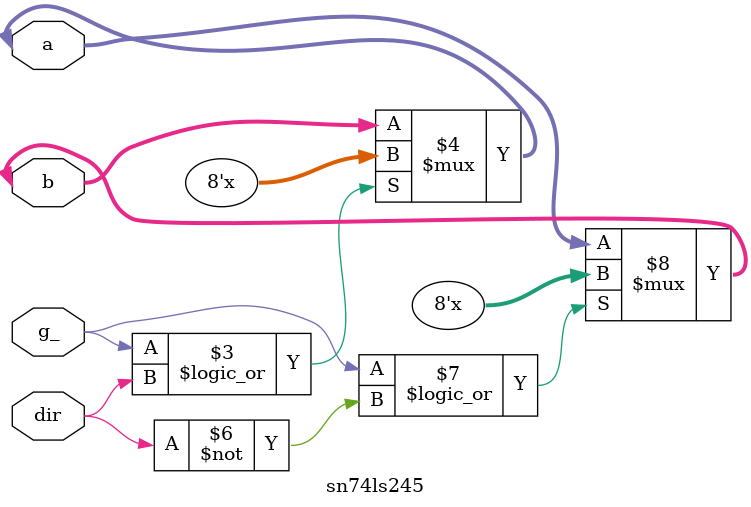
<source format=v>


module sn74ls245(a, b, dir, g_);
parameter WIDTH=8;
inout [WIDTH-1:0] a, b;
input dir, g_;

assign a = (g_=='b1 || dir=='b1) ? {WIDTH{1'bZ}} : b;
assign b = (g_=='b1 || dir=='b0) ? {WIDTH{1'bZ}} : a;

endmodule

</source>
